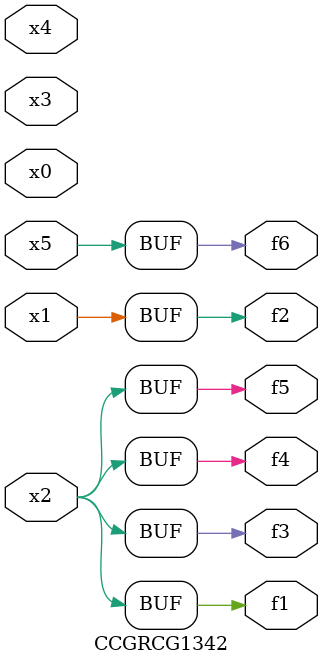
<source format=v>
module CCGRCG1342(
	input x0, x1, x2, x3, x4, x5,
	output f1, f2, f3, f4, f5, f6
);
	assign f1 = x2;
	assign f2 = x1;
	assign f3 = x2;
	assign f4 = x2;
	assign f5 = x2;
	assign f6 = x5;
endmodule

</source>
